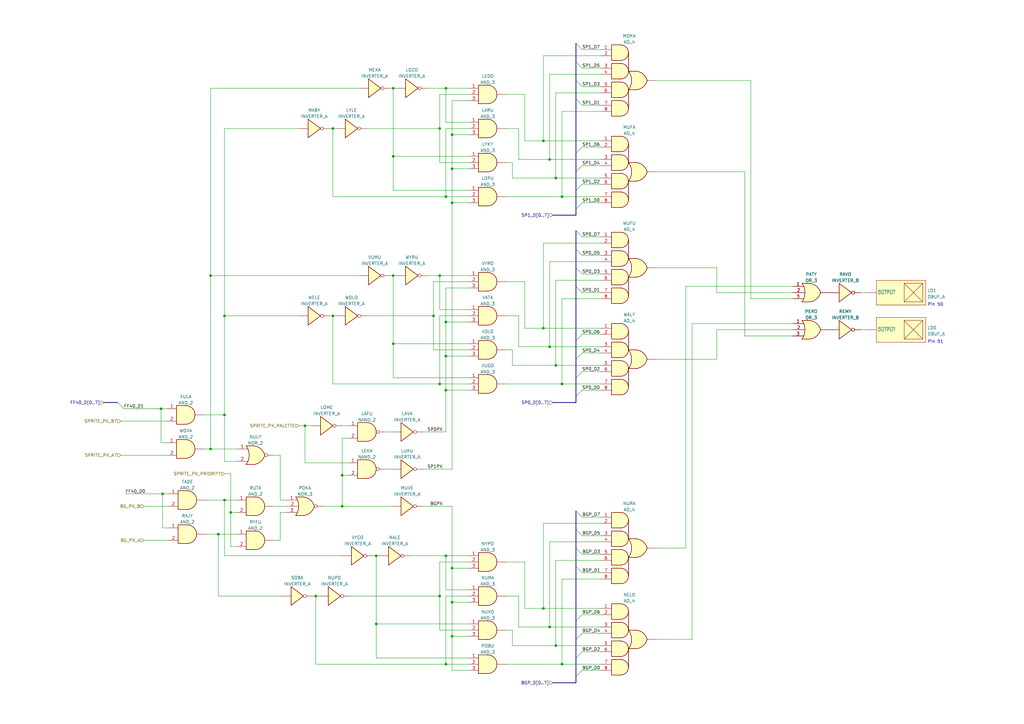
<source format=kicad_sch>
(kicad_sch (version 20211123) (generator eeschema)
  (paper "A3")
  (title_block (title "DMG CPU B") (date "2022-07-08") (rev "0.1") (company "CC-BY-SA-4.0 Régis Galland & Michael Singer -- Derived work from Furrtek") (comment 1 "https://github.com/msinger/dmg-schematics"))
  (lib_symbols
    (symbol "DMG_CPU_Cells:AND_2" (pin_names hide)
      (property "Reference" "U" (at 0 5.08 0))
      (property "Value" "AND_2" (at 0 -5.08 0))
      (symbol "AND_2_1_1"
        (arc (start 0 -3.81) (mid 3.7825 0) (end 0 3.81) (stroke (width 0.254)) (fill (type background)))
        (polyline (pts (xy 0 3.81) (xy -3.81 3.81) (xy -3.81 -3.81) (xy 0 -3.81)) (stroke (width 0.254)) (fill (type background)))
        (pin input line (at -7.62 2.54 0) (length 3.81) (name "~") (number "1"))
        (pin input line (at -7.62 -2.54 0) (length 3.81) (name "~") (number "2"))
        (pin output line (at 7.62 0 180) (length 3.81) (name "~") (number "3"))
      )
    )
    (symbol "DMG_CPU_Cells:AND_3" (pin_names hide)
      (property "Reference" "U" (at 0 5.08 0))
      (property "Value" "AND_3" (at 0 -5.08 0))
      (symbol "AND_3_1_1"
        (arc (start 0 -3.81) (mid 3.7825 0) (end 0 3.81) (stroke (width 0.254)) (fill (type background)))
        (polyline (pts (xy 0 3.81) (xy -3.81 3.81) (xy -3.81 -3.81) (xy 0 -3.81)) (stroke (width 0.254)) (fill (type background)))
        (pin input line (at -7.62 2.54 0) (length 3.81) (name "~") (number "1"))
        (pin input line (at -7.62 0 0) (length 3.81) (name "~") (number "2"))
        (pin input line (at -7.62 -2.54 0) (length 3.81) (name "~") (number "3"))
        (pin output line (at 7.62 0 180) (length 3.81) (name "~") (number "4"))
      )
    )
    (symbol "DMG_CPU_Cells:AO_4" (pin_names hide)
      (property "Reference" "U" (at 0 15.875 0))
      (property "Value" "AO_4" (at 0 -15.875 0))
      (symbol "AO_4_1_1"
        (arc (start -3.175 -14.605) (mid -0.05 -11.43) (end -3.175 -8.255) (stroke (width 0.254)) (fill (type background)))
        (arc (start -3.175 -6.985) (mid -0.05 -3.81) (end -3.175 -0.635) (stroke (width 0.254)) (fill (type background)))
        (arc (start -3.175 0.635) (mid -0.05 3.81) (end -3.175 6.985) (stroke (width 0.254)) (fill (type background)))
        (arc (start -3.175 8.255) (mid -0.05 11.43) (end -3.175 14.605) (stroke (width 0.254)) (fill (type background)))
        (arc (start -0.0002 -3.81) (mid 1.2208 0) (end -0.0002 3.81) (stroke (width 0.254)))
        (polyline (pts (xy 0 -3.81) (xy 0 -11.43)) (stroke (width 0.254)) (fill (type background)))
        (polyline (pts (xy -0.0002 -3.81) (xy 3.1748 -3.81)) (stroke (width 0.254)) (fill (type background)))
        (polyline (pts (xy -0.0002 3.81) (xy 3.1748 3.81)) (stroke (width 0.254)) (fill (type background)))
        (polyline (pts (xy 0 11.43) (xy 0 3.81)) (stroke (width 0.254)) (fill (type background)))
        (polyline (pts (xy -3.175 -8.255) (xy -6.985 -8.255) (xy -6.985 -14.605) (xy -3.175 -14.605)) (stroke (width 0.254)) (fill (type background)))
        (polyline (pts (xy -3.175 -0.635) (xy -6.985 -0.635) (xy -6.985 -6.985) (xy -3.175 -6.985)) (stroke (width 0.254)) (fill (type background)))
        (polyline (pts (xy -3.175 6.985) (xy -6.985 6.985) (xy -6.985 0.635) (xy -3.175 0.635)) (stroke (width 0.254)) (fill (type background)))
        (polyline (pts (xy -3.175 14.605) (xy -6.985 14.605) (xy -6.985 8.255) (xy -3.175 8.255)) (stroke (width 0.254)) (fill (type background)))
        (polyline (pts (xy 3.175 3.81) (xy 0 3.81) (xy 0 3.81) (xy 0.254 3.4036) (xy 0.7874 2.2606) (xy 1.1176 1.0414) (xy 1.1938 -0.254) (xy 1.0414 -1.4986) (xy 0.635 -2.7178) (xy 0 -3.81) (xy 0 -3.81) (xy 3.175 -3.81)) (stroke (width -25.4)) (fill (type background)))
        (arc (start 3.2002 -3.81) (mid 5.9953 -2.584) (end 7.6198 0) (stroke (width 0.254)) (fill (type background)))
        (arc (start 7.6198 0) (mid 6.0026 2.5925) (end 3.2002 3.81) (stroke (width 0.254)) (fill (type background)))
        (pin input line (at -11.43 12.7 0) (length 4.3) (name "~") (number "1"))
        (pin input line (at -11.43 10.16 0) (length 4.3) (name "~") (number "2"))
        (pin input line (at -11.43 5.08 0) (length 4.3) (name "~") (number "3"))
        (pin input line (at -11.43 2.54 0) (length 4.3) (name "~") (number "4"))
        (pin input line (at -11.43 -2.54 0) (length 4.3) (name "~") (number "5"))
        (pin input line (at -11.43 -5.08 0) (length 4.3) (name "~") (number "6"))
        (pin input line (at -11.43 -10.16 0) (length 4.3) (name "~") (number "7"))
        (pin input line (at -11.43 -12.7 0) (length 4.3) (name "~") (number "8"))
        (pin output line (at 11.43 0 180) (length 3.81) (name "~") (number "9"))
      )
    )
    (symbol "DMG_CPU_Cells:INVERTER_A" (pin_numbers hide) (pin_names hide)
      (property "Reference" "U?" (at 0 5.08 0))
      (property "Value" "INVERTER_A" (at 0 -5.08 0))
      (symbol "INVERTER_A_1_0"
        (polyline (pts (xy -2.54 3.81) (xy -2.54 -3.81) (xy 2.54 0) (xy -2.54 3.81)) (stroke (width 0.254)) (fill (type background)))
        (pin input line (at -6.35 0 0) (length 3.81) (name "~") (number "1"))
        (pin output inverted (at 6.35 0 180) (length 3.81) (name "~") (number "2"))
      )
    )
    (symbol "DMG_CPU_Cells:INVERTER_B" (pin_numbers hide) (pin_names hide)
      (property "Reference" "U?" (at 0 5.08 0))
      (property "Value" "INVERTER_B" (at 0 -5.08 0))
      (symbol "INVERTER_B_1_0"
        (polyline (pts (xy -2.54 3.81) (xy -2.54 -3.81) (xy 2.54 0) (xy -2.54 3.81)) (stroke (width 0.254)) (fill (type background)))
        (pin input line (at -6.35 0 0) (length 3.81) (name "~") (number "1"))
        (pin output inverted (at 6.35 0 180) (length 3.81) (name "~") (number "2"))
      )
    )
    (symbol "DMG_CPU_Cells:NAND_2" (pin_names hide)
      (property "Reference" "U" (at 0 5.08 0))
      (property "Value" "NAND_2" (at 0 -5.08 0))
      (symbol "NAND_2_1_1"
        (arc (start 0 -3.81) (mid 3.7825 0) (end 0 3.81) (stroke (width 0.254)) (fill (type background)))
        (polyline (pts (xy 0 3.81) (xy -3.81 3.81) (xy -3.81 -3.81) (xy 0 -3.81)) (stroke (width 0.254)) (fill (type background)))
        (pin input line (at -7.62 2.54 0) (length 3.81) (name "~") (number "1"))
        (pin input line (at -7.62 -2.54 0) (length 3.81) (name "~") (number "2"))
        (pin output inverted (at 7.62 0 180) (length 3.81) (name "~") (number "3"))
      )
    )
    (symbol "DMG_CPU_Cells:NOR_2" (pin_names hide)
      (property "Reference" "U" (at 0 5.08 0))
      (property "Value" "NOR_2" (at 0 -5.08 0))
      (symbol "NOR_2_1_1"
        (arc (start -3.8102 -3.81) (mid -2.5892 0) (end -3.8102 3.81) (stroke (width 0.254)))
        (arc (start -0.6098 -3.81) (mid 2.1853 -2.584) (end 3.8098 0) (stroke (width 0.254)) (fill (type background)))
        (polyline (pts (xy -3.8102 -3.81) (xy -0.6352 -3.81)) (stroke (width 0.254)) (fill (type background)))
        (polyline (pts (xy -3.8102 3.81) (xy -0.6352 3.81)) (stroke (width 0.254)) (fill (type background)))
        (polyline (pts (xy -0.6352 3.81) (xy -3.8102 3.81) (xy -3.8102 3.81) (xy -3.5562 3.4036) (xy -3.0228 2.2606) (xy -2.6926 1.0414) (xy -2.6164 -0.254) (xy -2.7688 -1.4986) (xy -3.1752 -2.7178) (xy -3.8102 -3.81) (xy -3.8102 -3.81) (xy -0.6352 -3.81)) (stroke (width -25.4)) (fill (type background)))
        (arc (start 3.8098 0) (mid 2.1926 2.5925) (end -0.6098 3.81) (stroke (width 0.254)) (fill (type background)))
        (pin input line (at -7.62 2.54 0) (length 4.4) (name "~") (number "1"))
        (pin input line (at -7.62 -2.54 0) (length 4.4) (name "~") (number "2"))
        (pin output inverted (at 7.62 0 180) (length 3.81) (name "~") (number "3"))
      )
    )
    (symbol "DMG_CPU_Cells:NOR_3" (pin_names hide)
      (property "Reference" "U" (at 0 5.08 0))
      (property "Value" "NOR_3" (at 0 -5.08 0))
      (symbol "NOR_3_1_1"
        (arc (start -3.8102 -3.81) (mid -2.5892 0) (end -3.8102 3.81) (stroke (width 0.254)))
        (arc (start -0.6098 -3.81) (mid 2.1853 -2.584) (end 3.8098 0) (stroke (width 0.254)) (fill (type background)))
        (polyline (pts (xy -3.8102 -3.81) (xy -0.6352 -3.81)) (stroke (width 0.254)) (fill (type background)))
        (polyline (pts (xy -3.8102 3.81) (xy -0.6352 3.81)) (stroke (width 0.254)) (fill (type background)))
        (polyline (pts (xy -0.6352 3.81) (xy -3.8102 3.81) (xy -3.8102 3.81) (xy -3.5562 3.4036) (xy -3.0228 2.2606) (xy -2.6926 1.0414) (xy -2.6164 -0.254) (xy -2.7688 -1.4986) (xy -3.1752 -2.7178) (xy -3.8102 -3.81) (xy -3.8102 -3.81) (xy -0.6352 -3.81)) (stroke (width -25.4)) (fill (type background)))
        (arc (start 3.8098 0) (mid 2.1926 2.5925) (end -0.6098 3.81) (stroke (width 0.254)) (fill (type background)))
        (pin input line (at -7.62 2.54 0) (length 4.4) (name "~") (number "1"))
        (pin input line (at -7.62 0 0) (length 4.9) (name "~") (number "2"))
        (pin input line (at -7.62 -2.54 0) (length 4.4) (name "~") (number "3"))
        (pin output inverted (at 7.62 0 180) (length 3.81) (name "~") (number "4"))
      )
    )
    (symbol "DMG_CPU_Cells:OBUF_A" (pin_numbers hide)
      (property "Reference" "U" (at 0 6.35 0))
      (property "Value" "OBUF_A" (at 0 -6.35 0))
      (symbol "OBUF_A_0_1"
        (rectangle (start -10.16 5.08) (end 10.16 -5.08) (fill (type background)))
        (rectangle (start -8.89 3.81) (end -1.27 -3.81))
        (polyline (pts (xy -8.89 -3.81) (xy -1.27 3.81)))
        (polyline (pts (xy -1.27 -3.81) (xy -8.89 3.81)))
      )
      (symbol "OBUF_A_1_1"
        (pin input line (at 13.97 0 180) (length 3.81) (name "~{OUTPUT}") (number "1"))
      )
    )
    (symbol "DMG_CPU_Cells:OR_3" (pin_names hide)
      (property "Reference" "U" (at 0 5.08 0))
      (property "Value" "OR_3" (at 0 -5.08 0))
      (symbol "OR_3_1_1"
        (arc (start -3.8102 -3.81) (mid -2.5892 0) (end -3.8102 3.81) (stroke (width 0.254)))
        (arc (start -0.6098 -3.81) (mid 2.1853 -2.584) (end 3.8098 0) (stroke (width 0.254)) (fill (type background)))
        (polyline (pts (xy -3.8102 -3.81) (xy -0.6352 -3.81)) (stroke (width 0.254)) (fill (type background)))
        (polyline (pts (xy -3.8102 3.81) (xy -0.6352 3.81)) (stroke (width 0.254)) (fill (type background)))
        (polyline (pts (xy -0.6352 3.81) (xy -3.8102 3.81) (xy -3.8102 3.81) (xy -3.5562 3.4036) (xy -3.0228 2.2606) (xy -2.6926 1.0414) (xy -2.6164 -0.254) (xy -2.7688 -1.4986) (xy -3.1752 -2.7178) (xy -3.8102 -3.81) (xy -3.8102 -3.81) (xy -0.6352 -3.81)) (stroke (width -25.4)) (fill (type background)))
        (arc (start 3.8098 0) (mid 2.1926 2.5925) (end -0.6098 3.81) (stroke (width 0.254)) (fill (type background)))
        (pin input line (at -7.62 2.54 0) (length 4.4) (name "~") (number "1"))
        (pin input line (at -7.62 0 0) (length 4.9) (name "~") (number "2"))
        (pin input line (at -7.62 -2.54 0) (length 4.4) (name "~") (number "3"))
        (pin output line (at 7.62 0 180) (length 3.81) (name "~") (number "4"))
      )
    )
  )
  (junction (at 230.505 80.645))
  (junction (at 182.88 227.965))
  (junction (at 185.42 247.015))
  (junction (at 185.42 69.215))
  (junction (at 180.34 52.705))
  (junction (at 89.535 219.075))
  (junction (at 136.525 52.705))
  (junction (at 182.88 36.195))
  (junction (at 140.335 194.945))
  (junction (at 180.34 113.03))
  (junction (at 177.8 129.54))
  (junction (at 94.615 210.185))
  (junction (at 185.42 260.985))
  (junction (at 185.42 83.185))
  (junction (at 182.88 132.08))
  (junction (at 86.36 184.15))
  (junction (at 182.88 160.02))
  (junction (at 185.42 55.245))
  (junction (at 129.54 244.475))
  (junction (at 66.675 202.565))
  (junction (at 182.88 80.645))
  (junction (at 161.29 113.03))
  (junction (at 227.965 149.86))
  (junction (at 161.29 36.195))
  (junction (at 66.04 167.64))
  (junction (at 225.425 257.175))
  (junction (at 227.965 264.795))
  (junction (at 154.305 255.905))
  (junction (at 180.34 244.475))
  (junction (at 222.885 57.785))
  (junction (at 154.305 227.965))
  (junction (at 222.885 249.555))
  (junction (at 225.425 142.24))
  (junction (at 125.095 174.625))
  (junction (at 227.965 73.025))
  (junction (at 180.34 157.48))
  (junction (at 230.505 157.48))
  (junction (at 222.885 134.62))
  (junction (at 182.88 272.415))
  (junction (at 92.075 170.18))
  (junction (at 86.36 113.03))
  (junction (at 225.425 65.405))
  (junction (at 140.335 207.645))
  (junction (at 185.42 233.045))
  (junction (at 92.075 129.54))
  (junction (at 161.29 64.135))
  (junction (at 136.525 129.54))
  (junction (at 92.075 205.105))
  (junction (at 161.29 140.97))
  (junction (at 230.505 272.415))
  (junction (at 182.88 146.05))
  (bus_entry (at 238.76 27.94) (size -2.54 -2.54))
  (bus_entry (at 238.76 274.955) (size -2.54 2.54))
  (bus_entry (at 238.76 259.715) (size -2.54 2.54))
  (bus_entry (at 238.76 212.09) (size -2.54 -2.54))
  (bus_entry (at 238.76 160.02) (size -2.54 2.54))
  (bus_entry (at 238.76 120.015) (size -2.54 -2.54))
  (bus_entry (at 238.76 267.335) (size -2.54 2.54))
  (bus_entry (at 238.76 227.33) (size -2.54 -2.54))
  (bus_entry (at 238.76 152.4) (size -2.54 2.54))
  (bus_entry (at 238.76 35.56) (size -2.54 -2.54))
  (bus_entry (at 238.76 20.32) (size -2.54 -2.54))
  (bus_entry (at 238.76 219.71) (size -2.54 -2.54))
  (bus_entry (at 238.76 137.16) (size -2.54 2.54))
  (bus_entry (at 238.76 234.95) (size -2.54 -2.54))
  (bus_entry (at 238.76 75.565) (size -2.54 2.54))
  (bus_entry (at 238.76 252.095) (size -2.54 2.54))
  (bus_entry (at 238.76 104.775) (size -2.54 -2.54))
  (bus_entry (at 238.76 97.155) (size -2.54 -2.54))
  (bus_entry (at 238.76 43.18) (size -2.54 -2.54))
  (bus_entry (at 238.76 112.395) (size -2.54 -2.54))
  (bus_entry (at 238.76 60.325) (size -2.54 2.54))
  (bus_entry (at 238.76 144.78) (size -2.54 2.54))
  (bus_entry (at 238.76 67.945) (size -2.54 2.54))
  (bus_entry (at 238.76 83.185) (size -2.54 2.54))
  (bus_entry (at 48.26 165.1) (size 2.54 2.54))
  (wire (pts (xy 215.265 249.555) (xy 222.885 249.555)))
  (wire (pts (xy 238.76 120.015) (xy 246.38 120.015)))
  (wire (pts (xy 129.54 272.415) (xy 182.88 272.415)))
  (wire (pts (xy 238.76 144.78) (xy 246.38 144.78)))
  (wire (pts (xy 86.36 113.03) (xy 86.36 184.15)))
  (wire (pts (xy 92.075 205.105) (xy 92.075 227.965)))
  (wire (pts (xy 97.155 205.105) (xy 92.075 205.105)))
  (wire (pts (xy 92.075 129.54) (xy 122.555 129.54)))
  (wire (pts (xy 294.005 147.32) (xy 269.24 147.32)))
  (bus (pts (xy 236.22 117.475) (xy 236.22 139.7)))
  (wire (pts (xy 132.715 207.645) (xy 140.335 207.645)))
  (wire (pts (xy 227.965 73.025) (xy 227.965 38.1)))
  (wire (pts (xy 150.495 129.54) (xy 177.8 129.54)))
  (wire (pts (xy 182.88 146.05) (xy 182.88 160.02)))
  (bus (pts (xy 236.22 109.855) (xy 236.22 117.475)))
  (wire (pts (xy 238.76 83.185) (xy 246.38 83.185)))
  (wire (pts (xy 182.88 177.165) (xy 182.88 160.02)))
  (wire (pts (xy 246.38 73.025) (xy 227.965 73.025)))
  (wire (pts (xy 66.675 202.565) (xy 66.675 216.535)))
  (wire (pts (xy 207.645 38.735) (xy 215.265 38.735)))
  (wire (pts (xy 192.405 143.51) (xy 177.8 143.51)))
  (bus (pts (xy 236.22 162.56) (xy 236.22 165.1)))
  (bus (pts (xy 236.22 139.7) (xy 236.22 147.32)))
  (wire (pts (xy 154.305 255.905) (xy 192.405 255.905)))
  (bus (pts (xy 236.22 102.235) (xy 236.22 109.855)))
  (wire (pts (xy 175.26 36.195) (xy 182.88 36.195)))
  (wire (pts (xy 180.34 230.505) (xy 180.34 244.475)))
  (wire (pts (xy 238.76 267.335) (xy 246.38 267.335)))
  (wire (pts (xy 238.76 234.95) (xy 246.38 234.95)))
  (wire (pts (xy 182.88 50.165) (xy 182.88 36.195)))
  (wire (pts (xy 227.965 38.1) (xy 246.38 38.1)))
  (wire (pts (xy 207.645 80.645) (xy 230.505 80.645)))
  (bus (pts (xy 226.695 165.1) (xy 236.22 165.1)))
  (wire (pts (xy 283.845 132.715) (xy 283.845 262.255)))
  (wire (pts (xy 117.475 207.645) (xy 112.395 207.645)))
  (wire (pts (xy 155.575 227.965) (xy 154.305 227.965)))
  (wire (pts (xy 168.275 227.965) (xy 182.88 227.965)))
  (wire (pts (xy 212.725 52.705) (xy 212.725 65.405)))
  (wire (pts (xy 185.42 41.275) (xy 185.42 55.245)))
  (wire (pts (xy 182.88 244.475) (xy 182.88 272.415)))
  (wire (pts (xy 86.36 36.195) (xy 86.36 113.03)))
  (wire (pts (xy 225.425 142.24) (xy 246.38 142.24)))
  (wire (pts (xy 161.29 36.195) (xy 160.02 36.195)))
  (wire (pts (xy 192.405 129.54) (xy 180.34 129.54)))
  (wire (pts (xy 162.56 36.195) (xy 161.29 36.195)))
  (wire (pts (xy 69.215 216.535) (xy 66.675 216.535)))
  (wire (pts (xy 227.965 264.795) (xy 227.965 229.87)))
  (wire (pts (xy 142.875 179.705) (xy 140.335 179.705)))
  (wire (pts (xy 238.76 35.56) (xy 246.38 35.56)))
  (wire (pts (xy 225.425 30.48) (xy 225.425 65.405)))
  (wire (pts (xy 185.42 55.245) (xy 192.405 55.245)))
  (wire (pts (xy 294.005 109.855) (xy 269.24 109.855)))
  (wire (pts (xy 136.525 52.705) (xy 135.255 52.705)))
  (wire (pts (xy 158.115 177.165) (xy 160.655 177.165)))
  (wire (pts (xy 207.645 66.675) (xy 210.185 66.675)))
  (wire (pts (xy 294.005 120.015) (xy 294.005 109.855)))
  (bus (pts (xy 236.22 33.02) (xy 236.22 40.64)))
  (wire (pts (xy 185.42 69.215) (xy 192.405 69.215)))
  (wire (pts (xy 246.38 45.72) (xy 230.505 45.72)))
  (wire (pts (xy 66.04 181.61) (xy 66.04 167.64)))
  (wire (pts (xy 207.645 52.705) (xy 212.725 52.705)))
  (wire (pts (xy 225.425 107.315) (xy 225.425 142.24)))
  (wire (pts (xy 59.055 207.645) (xy 69.215 207.645)))
  (wire (pts (xy 210.185 149.86) (xy 227.965 149.86)))
  (wire (pts (xy 143.51 244.475) (xy 180.34 244.475)))
  (wire (pts (xy 177.8 115.57) (xy 177.8 129.54)))
  (wire (pts (xy 185.42 247.015) (xy 192.405 247.015)))
  (wire (pts (xy 246.38 149.86) (xy 227.965 149.86)))
  (bus (pts (xy 236.22 254.635) (xy 236.22 262.255)))
  (wire (pts (xy 238.76 227.33) (xy 246.38 227.33)))
  (bus (pts (xy 236.22 232.41) (xy 236.22 254.635)))
  (wire (pts (xy 305.435 137.795) (xy 305.435 70.485)))
  (wire (pts (xy 137.795 52.705) (xy 136.525 52.705)))
  (wire (pts (xy 192.405 115.57) (xy 177.8 115.57)))
  (wire (pts (xy 180.34 129.54) (xy 180.34 157.48)))
  (wire (pts (xy 238.76 27.94) (xy 246.38 27.94)))
  (wire (pts (xy 210.185 73.025) (xy 227.965 73.025)))
  (bus (pts (xy 236.22 78.105) (xy 236.22 85.725)))
  (wire (pts (xy 125.095 174.625) (xy 125.095 189.865)))
  (wire (pts (xy 207.645 258.445) (xy 210.185 258.445)))
  (wire (pts (xy 161.29 78.105) (xy 192.405 78.105)))
  (wire (pts (xy 154.305 227.965) (xy 154.305 255.905)))
  (wire (pts (xy 222.885 22.86) (xy 222.885 57.785)))
  (wire (pts (xy 238.76 20.32) (xy 246.38 20.32)))
  (wire (pts (xy 238.76 212.09) (xy 246.38 212.09)))
  (wire (pts (xy 161.29 140.97) (xy 161.29 154.94)))
  (wire (pts (xy 180.34 66.675) (xy 192.405 66.675)))
  (wire (pts (xy 161.29 64.135) (xy 192.405 64.135)))
  (wire (pts (xy 112.395 221.615) (xy 114.935 221.615)))
  (wire (pts (xy 125.095 189.865) (xy 142.875 189.865)))
  (wire (pts (xy 192.405 230.505) (xy 180.34 230.505)))
  (wire (pts (xy 142.875 174.625) (xy 140.335 174.625)))
  (wire (pts (xy 215.265 115.57) (xy 215.265 134.62)))
  (wire (pts (xy 246.38 107.315) (xy 225.425 107.315)))
  (wire (pts (xy 114.935 221.615) (xy 114.935 210.185)))
  (bus (pts (xy 226.695 88.265) (xy 236.22 88.265)))
  (wire (pts (xy 180.34 52.705) (xy 180.34 66.675)))
  (wire (pts (xy 238.76 75.565) (xy 246.38 75.565)))
  (wire (pts (xy 68.58 181.61) (xy 66.04 181.61)))
  (wire (pts (xy 182.88 241.935) (xy 192.405 241.935)))
  (wire (pts (xy 140.335 207.645) (xy 160.655 207.645)))
  (wire (pts (xy 222.885 134.62) (xy 246.38 134.62)))
  (wire (pts (xy 182.88 160.02) (xy 192.405 160.02)))
  (wire (pts (xy 210.185 143.51) (xy 210.185 149.86)))
  (wire (pts (xy 210.185 264.795) (xy 227.965 264.795)))
  (wire (pts (xy 182.88 227.965) (xy 182.88 241.935)))
  (wire (pts (xy 353.06 120.015) (xy 355.6 120.015)))
  (wire (pts (xy 207.645 244.475) (xy 212.725 244.475)))
  (wire (pts (xy 182.88 146.05) (xy 192.405 146.05)))
  (wire (pts (xy 49.53 186.69) (xy 68.58 186.69)))
  (wire (pts (xy 238.76 274.955) (xy 246.38 274.955)))
  (wire (pts (xy 59.055 221.615) (xy 69.215 221.615)))
  (wire (pts (xy 185.42 260.985) (xy 185.42 274.955)))
  (wire (pts (xy 185.42 233.045) (xy 185.42 247.015)))
  (wire (pts (xy 238.76 60.325) (xy 246.38 60.325)))
  (wire (pts (xy 92.075 52.705) (xy 92.075 129.54)))
  (wire (pts (xy 207.645 129.54) (xy 212.725 129.54)))
  (wire (pts (xy 89.535 219.075) (xy 89.535 244.475)))
  (wire (pts (xy 225.425 65.405) (xy 246.38 65.405)))
  (bus (pts (xy 236.22 209.55) (xy 236.22 217.17)))
  (wire (pts (xy 49.53 172.72) (xy 68.58 172.72)))
  (wire (pts (xy 238.76 43.18) (xy 246.38 43.18)))
  (wire (pts (xy 238.76 219.71) (xy 246.38 219.71)))
  (bus (pts (xy 236.22 217.17) (xy 236.22 224.79)))
  (wire (pts (xy 66.675 202.565) (xy 69.215 202.565)))
  (wire (pts (xy 92.075 194.31) (xy 94.615 194.31)))
  (wire (pts (xy 94.615 224.155) (xy 97.155 224.155)))
  (wire (pts (xy 212.725 244.475) (xy 212.725 257.175)))
  (wire (pts (xy 182.88 227.965) (xy 192.405 227.965)))
  (wire (pts (xy 177.8 143.51) (xy 177.8 129.54)))
  (wire (pts (xy 192.405 233.045) (xy 185.42 233.045)))
  (wire (pts (xy 182.88 52.705) (xy 182.88 80.645)))
  (wire (pts (xy 246.38 249.555) (xy 222.885 249.555)))
  (wire (pts (xy 161.29 36.195) (xy 161.29 64.135)))
  (bus (pts (xy 236.22 70.485) (xy 236.22 78.105)))
  (wire (pts (xy 150.495 52.705) (xy 180.34 52.705)))
  (wire (pts (xy 210.185 258.445) (xy 210.185 264.795)))
  (wire (pts (xy 207.645 115.57) (xy 215.265 115.57)))
  (wire (pts (xy 246.38 30.48) (xy 225.425 30.48)))
  (wire (pts (xy 185.42 83.185) (xy 192.405 83.185)))
  (wire (pts (xy 230.505 237.49) (xy 230.505 272.415)))
  (wire (pts (xy 230.505 122.555) (xy 230.505 157.48)))
  (wire (pts (xy 238.76 160.02) (xy 246.38 160.02)))
  (wire (pts (xy 307.975 33.02) (xy 307.975 122.555)))
  (bus (pts (xy 236.22 154.94) (xy 236.22 162.56)))
  (wire (pts (xy 83.82 170.18) (xy 92.075 170.18)))
  (wire (pts (xy 173.355 192.405) (xy 185.42 192.405)))
  (wire (pts (xy 161.29 154.94) (xy 192.405 154.94)))
  (wire (pts (xy 129.54 244.475) (xy 128.27 244.475)))
  (wire (pts (xy 207.645 272.415) (xy 230.505 272.415)))
  (wire (pts (xy 97.155 210.185) (xy 94.615 210.185)))
  (wire (pts (xy 281.305 224.79) (xy 269.24 224.79)))
  (wire (pts (xy 185.42 260.985) (xy 192.405 260.985)))
  (wire (pts (xy 238.76 67.945) (xy 246.38 67.945)))
  (wire (pts (xy 92.075 227.965) (xy 140.335 227.965)))
  (wire (pts (xy 185.42 55.245) (xy 185.42 69.215)))
  (bus (pts (xy 236.22 40.64) (xy 236.22 62.865)))
  (wire (pts (xy 158.115 192.405) (xy 160.655 192.405)))
  (wire (pts (xy 127.635 174.625) (xy 125.095 174.625)))
  (wire (pts (xy 175.26 113.03) (xy 180.34 113.03)))
  (wire (pts (xy 192.405 50.165) (xy 182.88 50.165)))
  (wire (pts (xy 182.88 36.195) (xy 192.405 36.195)))
  (wire (pts (xy 122.555 174.625) (xy 125.095 174.625)))
  (wire (pts (xy 182.88 118.11) (xy 182.88 132.08)))
  (bus (pts (xy 48.26 165.1) (xy 42.545 165.1)))
  (wire (pts (xy 230.505 157.48) (xy 246.38 157.48)))
  (wire (pts (xy 227.965 114.935) (xy 246.38 114.935)))
  (wire (pts (xy 192.405 258.445) (xy 180.34 258.445)))
  (wire (pts (xy 230.505 272.415) (xy 246.38 272.415)))
  (wire (pts (xy 173.355 177.165) (xy 182.88 177.165)))
  (wire (pts (xy 215.265 230.505) (xy 215.265 249.555)))
  (wire (pts (xy 182.88 52.705) (xy 192.405 52.705)))
  (wire (pts (xy 185.42 83.185) (xy 185.42 192.405)))
  (wire (pts (xy 97.155 184.15) (xy 86.36 184.15)))
  (bus (pts (xy 236.22 147.32) (xy 236.22 154.94)))
  (wire (pts (xy 161.29 64.135) (xy 161.29 78.105)))
  (wire (pts (xy 222.885 249.555) (xy 222.885 214.63)))
  (wire (pts (xy 225.425 222.25) (xy 225.425 257.175)))
  (wire (pts (xy 162.56 113.03) (xy 161.29 113.03)))
  (wire (pts (xy 246.38 222.25) (xy 225.425 222.25)))
  (wire (pts (xy 238.76 252.095) (xy 246.38 252.095)))
  (wire (pts (xy 212.725 65.405) (xy 225.425 65.405)))
  (wire (pts (xy 307.975 122.555) (xy 325.12 122.555)))
  (wire (pts (xy 227.965 229.87) (xy 246.38 229.87)))
  (wire (pts (xy 210.185 66.675) (xy 210.185 73.025)))
  (wire (pts (xy 185.42 207.645) (xy 185.42 233.045)))
  (wire (pts (xy 161.29 113.03) (xy 161.29 140.97)))
  (wire (pts (xy 192.405 244.475) (xy 182.88 244.475)))
  (wire (pts (xy 283.845 262.255) (xy 269.24 262.255)))
  (wire (pts (xy 225.425 257.175) (xy 246.38 257.175)))
  (wire (pts (xy 161.29 140.97) (xy 192.405 140.97)))
  (wire (pts (xy 222.885 22.86) (xy 246.38 22.86)))
  (wire (pts (xy 185.42 274.955) (xy 192.405 274.955)))
  (bus (pts (xy 236.22 224.79) (xy 236.22 232.41)))
  (wire (pts (xy 212.725 142.24) (xy 225.425 142.24)))
  (wire (pts (xy 246.38 237.49) (xy 230.505 237.49)))
  (wire (pts (xy 182.88 132.08) (xy 182.88 146.05)))
  (bus (pts (xy 236.22 17.78) (xy 236.22 25.4)))
  (bus (pts (xy 236.22 262.255) (xy 236.22 269.875)))
  (wire (pts (xy 136.525 157.48) (xy 180.34 157.48)))
  (wire (pts (xy 182.88 80.645) (xy 192.405 80.645)))
  (wire (pts (xy 114.935 210.185) (xy 117.475 210.185)))
  (wire (pts (xy 86.36 184.15) (xy 83.82 184.15)))
  (wire (pts (xy 212.725 257.175) (xy 225.425 257.175)))
  (wire (pts (xy 238.76 137.16) (xy 246.38 137.16)))
  (wire (pts (xy 94.615 194.31) (xy 94.615 210.185)))
  (wire (pts (xy 50.8 167.64) (xy 66.04 167.64)))
  (wire (pts (xy 180.34 258.445) (xy 180.34 244.475)))
  (wire (pts (xy 246.38 264.795) (xy 227.965 264.795)))
  (bus (pts (xy 236.22 25.4) (xy 236.22 33.02)))
  (wire (pts (xy 246.38 122.555) (xy 230.505 122.555)))
  (wire (pts (xy 136.525 52.705) (xy 136.525 80.645)))
  (bus (pts (xy 236.22 94.615) (xy 236.22 102.235)))
  (wire (pts (xy 147.32 36.195) (xy 86.36 36.195)))
  (wire (pts (xy 140.335 179.705) (xy 140.335 194.945)))
  (wire (pts (xy 97.155 189.23) (xy 92.075 189.23)))
  (wire (pts (xy 66.04 167.64) (xy 68.58 167.64)))
  (wire (pts (xy 281.305 117.475) (xy 281.305 224.79)))
  (wire (pts (xy 222.885 99.695) (xy 246.38 99.695)))
  (wire (pts (xy 94.615 210.185) (xy 94.615 224.155)))
  (wire (pts (xy 192.405 41.275) (xy 185.42 41.275)))
  (wire (pts (xy 154.305 227.965) (xy 153.035 227.965)))
  (bus (pts (xy 236.22 85.725) (xy 236.22 88.265)))
  (wire (pts (xy 161.29 113.03) (xy 160.02 113.03)))
  (wire (pts (xy 92.075 129.54) (xy 92.075 170.18)))
  (wire (pts (xy 192.405 127) (xy 180.34 127)))
  (wire (pts (xy 325.12 135.255) (xy 294.005 135.255)))
  (wire (pts (xy 215.265 134.62) (xy 222.885 134.62)))
  (wire (pts (xy 173.355 207.645) (xy 185.42 207.645)))
  (wire (pts (xy 207.645 143.51) (xy 210.185 143.51)))
  (wire (pts (xy 180.34 127) (xy 180.34 113.03)))
  (wire (pts (xy 305.435 70.485) (xy 269.24 70.485)))
  (wire (pts (xy 215.265 38.735) (xy 215.265 57.785)))
  (wire (pts (xy 185.42 69.215) (xy 185.42 83.185)))
  (wire (pts (xy 269.24 33.02) (xy 307.975 33.02)))
  (wire (pts (xy 140.335 194.945) (xy 142.875 194.945)))
  (wire (pts (xy 97.155 219.075) (xy 89.535 219.075)))
  (wire (pts (xy 185.42 247.015) (xy 185.42 260.985)))
  (wire (pts (xy 192.405 38.735) (xy 180.34 38.735)))
  (wire (pts (xy 112.395 186.69) (xy 114.935 186.69)))
  (wire (pts (xy 92.075 52.705) (xy 122.555 52.705)))
  (wire (pts (xy 222.885 214.63) (xy 246.38 214.63)))
  (wire (pts (xy 136.525 129.54) (xy 136.525 157.48)))
  (wire (pts (xy 215.265 57.785) (xy 222.885 57.785)))
  (wire (pts (xy 140.335 194.945) (xy 140.335 207.645)))
  (wire (pts (xy 353.06 135.255) (xy 355.6 135.255)))
  (wire (pts (xy 212.725 129.54) (xy 212.725 142.24)))
  (wire (pts (xy 89.535 244.475) (xy 115.57 244.475)))
  (wire (pts (xy 182.88 132.08) (xy 192.405 132.08)))
  (wire (pts (xy 325.12 137.795) (xy 305.435 137.795)))
  (wire (pts (xy 92.075 205.105) (xy 84.455 205.105)))
  (wire (pts (xy 238.76 152.4) (xy 246.38 152.4)))
  (wire (pts (xy 238.76 112.395) (xy 246.38 112.395)))
  (wire (pts (xy 238.76 259.715) (xy 246.38 259.715)))
  (wire (pts (xy 227.965 149.86) (xy 227.965 114.935)))
  (wire (pts (xy 230.505 80.645) (xy 246.38 80.645)))
  (wire (pts (xy 182.88 272.415) (xy 192.405 272.415)))
  (wire (pts (xy 154.305 255.905) (xy 154.305 269.875)))
  (wire (pts (xy 192.405 118.11) (xy 182.88 118.11)))
  (wire (pts (xy 238.76 97.155) (xy 246.38 97.155)))
  (wire (pts (xy 114.935 186.69) (xy 114.935 205.105)))
  (wire (pts (xy 207.645 230.505) (xy 215.265 230.505)))
  (wire (pts (xy 294.005 135.255) (xy 294.005 147.32)))
  (wire (pts (xy 180.34 157.48) (xy 192.405 157.48)))
  (bus (pts (xy 226.695 280.035) (xy 236.22 280.035)))
  (wire (pts (xy 325.12 132.715) (xy 283.845 132.715)))
  (wire (pts (xy 325.12 120.015) (xy 294.005 120.015)))
  (wire (pts (xy 230.505 45.72) (xy 230.505 80.645)))
  (bus (pts (xy 236.22 62.865) (xy 236.22 70.485)))
  (wire (pts (xy 238.76 104.775) (xy 246.38 104.775)))
  (wire (pts (xy 130.81 244.475) (xy 129.54 244.475)))
  (wire (pts (xy 154.305 269.875) (xy 192.405 269.875)))
  (wire (pts (xy 129.54 244.475) (xy 129.54 272.415)))
  (wire (pts (xy 114.935 205.105) (xy 117.475 205.105)))
  (bus (pts (xy 236.22 269.875) (xy 236.22 277.495)))
  (wire (pts (xy 136.525 129.54) (xy 135.255 129.54)))
  (bus (pts (xy 236.22 277.495) (xy 236.22 280.035)))
  (wire (pts (xy 180.34 113.03) (xy 192.405 113.03)))
  (wire (pts (xy 147.32 113.03) (xy 86.36 113.03)))
  (wire (pts (xy 222.885 57.785) (xy 246.38 57.785)))
  (wire (pts (xy 207.645 157.48) (xy 230.505 157.48)))
  (wire (pts (xy 180.34 38.735) (xy 180.34 52.705)))
  (wire (pts (xy 325.12 117.475) (xy 281.305 117.475)))
  (wire (pts (xy 136.525 80.645) (xy 182.88 80.645)))
  (wire (pts (xy 89.535 219.075) (xy 84.455 219.075)))
  (wire (pts (xy 92.075 189.23) (xy 92.075 170.18)))
  (wire (pts (xy 222.885 99.695) (xy 222.885 134.62)))
  (wire (pts (xy 51.435 202.565) (xy 66.675 202.565)))
  (wire (pts (xy 137.795 129.54) (xy 136.525 129.54)))
  (text "Pin 51" (at 380.365 140.97 0) (effects (font (size 1.27 1.27)) (justify left bottom)))
  (text "Pin 50" (at 380.365 125.73 0) (effects (font (size 1.27 1.27)) (justify left bottom)))
  (label "SP1_D1" (at 238.76 43.18 0))
  (label "SP0_D0" (at 238.76 160.02 0))
  (label "SP0_D2" (at 238.76 152.4 0))
  (label "SP1_D4" (at 238.76 67.945 0))
  (label "SP0_D7" (at 238.76 97.155 0))
  (label "BGP_D5" (at 238.76 219.71 0))
  (label "BGP_D2" (at 238.76 267.335 0))
  (label "SP1_D7" (at 238.76 20.32 0))
  (label "BGP_D3" (at 238.76 227.33 0))
  (label "FF40_D0" (at 51.435 202.565 0))
  (label "SP0_D3" (at 238.76 112.395 0))
  (label "SP0PX" (at 181.61 177.165 180))
  (label "BGP_D6" (at 238.76 252.095 0))
  (label "BGP_D1" (at 238.76 234.95 0))
  (label "SP1_D5" (at 238.76 27.94 0))
  (label "BGPX" (at 181.61 207.645 180))
  (label "SP0_D4" (at 238.76 144.78 0))
  (label "SP0_D1" (at 238.76 120.015 0))
  (label "SP1_D0" (at 238.76 83.185 0))
  (label "BGP_D0" (at 238.76 274.955 0))
  (label "SP0_D6" (at 238.76 137.16 0))
  (label "SP1_D6" (at 238.76 60.325 0))
  (label "BGP_D7" (at 238.76 212.09 0))
  (label "FF40_D1" (at 50.8 167.64 0))
  (label "SP0_D5" (at 238.76 104.775 0))
  (label "SP1_D2" (at 238.76 75.565 0))
  (label "SP1PX" (at 181.61 192.405 180))
  (label "SP1_D3" (at 238.76 35.56 0))
  (label "BGP_D4" (at 238.76 259.715 0))
  (hierarchical_label "BGP_D[0..7]" (shape input) (at 226.695 280.035 180))
  (hierarchical_label "FF40_D[0..7]" (shape input) (at 42.545 165.1 180))
  (hierarchical_label "SPRITE_PX_PRIORITY" (shape input) (at 92.075 194.31 180))
  (hierarchical_label "BG_PX_B" (shape input) (at 59.055 207.645 180))
  (hierarchical_label "SPRITE_PX_B7" (shape input) (at 49.53 172.72 180))
  (hierarchical_label "SP0_D[0..7]" (shape input) (at 226.695 165.1 180))
  (hierarchical_label "SP1_D[0..7]" (shape input) (at 226.695 88.265 180))
  (hierarchical_label "BG_PX_A" (shape input) (at 59.055 221.615 180))
  (hierarchical_label "SPRITE_PX_PALETTE" (shape input) (at 122.555 174.625 180))
  (hierarchical_label "SPRITE_PX_A7" (shape input) (at 49.53 186.69 180))
  (symbol (lib_id "DMG_CPU_Cells:AND_2") (at 76.835 219.075 0) (unit 1)
    (property "Reference" "RAJY" (at 76.835 211.5652 0))
    (property "Value" "AND_2" (at 76.835 214.1021 0))
    (property "Datasheet" "http://iceboy.a-singer.de/doc/dmg_cells.html#and2" (effects hide))
  )
  (symbol (lib_id "DMG_CPU_Cells:OBUF_A") (at 369.57 120.015 0) (mirror y) (unit 1)
    (property "Reference" "LD1" (at 380.365 119.1803 0) (effects (justify right)))
    (property "Value" "OBUF_A" (at 380.365 121.7172 0) (effects (justify right)))
    (property "Datasheet" "http://iceboy.a-singer.de/doc/dmg_cells.html#obuf_a" (effects hide))
  )
  (symbol (lib_id "DMG_CPU_Cells:INVERTER_A") (at 167.005 177.165 0) (unit 1)
    (property "Reference" "LAVA" (at 167.005 169.6552 0))
    (property "Value" "INVERTER_A" (at 167.005 172.1921 0))
    (property "Datasheet" "http://iceboy.a-singer.de/doc/dmg_cells.html#inv_a" (effects hide))
  )
  (symbol (lib_id "DMG_CPU_Cells:AND_3") (at 200.025 143.51 0) (unit 1)
    (property "Reference" "VOLO" (at 200.025 136.0002 0))
    (property "Value" "AND_3" (at 200.025 138.5371 0))
    (property "Datasheet" "http://iceboy.a-singer.de/doc/dmg_cells.html#and3" (effects hide))
  )
  (symbol (lib_id "DMG_CPU_Cells:AND_3") (at 200.025 258.445 0) (unit 1)
    (property "Reference" "NUXO" (at 200.025 250.9352 0))
    (property "Value" "AND_3" (at 200.025 253.4721 0))
    (property "Datasheet" "http://iceboy.a-singer.de/doc/dmg_cells.html#and3" (effects hide))
  )
  (symbol (lib_id "DMG_CPU_Cells:INVERTER_A") (at 133.985 174.625 0) (unit 1)
    (property "Reference" "LOME" (at 133.985 167.1152 0))
    (property "Value" "INVERTER_A" (at 133.985 169.6521 0))
    (property "Datasheet" "http://iceboy.a-singer.de/doc/dmg_cells.html#inv_a" (effects hide))
  )
  (symbol (lib_id "DMG_CPU_Cells:NAND_2") (at 150.495 177.165 0) (unit 1)
    (property "Reference" "LAFU" (at 150.495 169.6552 0))
    (property "Value" "NAND_2" (at 150.495 172.1921 0))
    (property "Datasheet" "http://iceboy.a-singer.de/doc/dmg_cells.html#nand2" (effects hide))
  )
  (symbol (lib_id "DMG_CPU_Cells:AND_2") (at 104.775 207.645 0) (unit 1)
    (property "Reference" "RUTA" (at 104.775 200.1352 0))
    (property "Value" "AND_2" (at 104.775 202.6721 0))
    (property "Datasheet" "http://iceboy.a-singer.de/doc/dmg_cells.html#and2" (effects hide))
  )
  (symbol (lib_id "DMG_CPU_Cells:AND_3") (at 200.025 230.505 0) (unit 1)
    (property "Reference" "NYPO" (at 200.025 222.9952 0))
    (property "Value" "AND_3" (at 200.025 225.5321 0))
    (property "Datasheet" "http://iceboy.a-singer.de/doc/dmg_cells.html#and3" (effects hide))
  )
  (symbol (lib_id "DMG_CPU_Cells:INVERTER_A") (at 153.67 36.195 0) (unit 1)
    (property "Reference" "MEXA" (at 153.67 28.6852 0))
    (property "Value" "INVERTER_A" (at 153.67 31.2221 0))
    (property "Datasheet" "http://iceboy.a-singer.de/doc/dmg_cells.html#inv_a" (effects hide))
  )
  (symbol (lib_id "DMG_CPU_Cells:AND_3") (at 200.025 272.415 0) (unit 1)
    (property "Reference" "POBU" (at 200.025 264.9052 0))
    (property "Value" "AND_3" (at 200.025 267.4421 0))
    (property "Datasheet" "http://iceboy.a-singer.de/doc/dmg_cells.html#and3" (effects hide))
  )
  (symbol (lib_id "DMG_CPU_Cells:AO_4") (at 257.81 262.255 0) (unit 1)
    (property "Reference" "NELO" (at 258.1184 243.9502 0))
    (property "Value" "AO_4" (at 258.1184 246.4871 0))
    (property "Datasheet" "http://iceboy.a-singer.de/doc/dmg_cells.html#ao4" (effects hide))
  )
  (symbol (lib_id "DMG_CPU_Cells:AO_4") (at 257.81 147.32 0) (unit 1)
    (property "Reference" "WALY" (at 258.1184 129.0152 0))
    (property "Value" "AO_4" (at 258.1184 131.5521 0))
    (property "Datasheet" "http://iceboy.a-singer.de/doc/dmg_cells.html#ao4" (effects hide))
  )
  (symbol (lib_id "DMG_CPU_Cells:INVERTER_B") (at 346.71 135.255 0) (unit 1)
    (property "Reference" "REMY" (at 346.71 127.7452 0))
    (property "Value" "INVERTER_B" (at 346.71 130.2821 0))
    (property "Datasheet" "http://iceboy.a-singer.de/doc/dmg_cells.html#inv_b" (effects hide))
  )
  (symbol (lib_id "DMG_CPU_Cells:AO_4") (at 257.81 109.855 0) (unit 1)
    (property "Reference" "WUFU" (at 258.1184 91.5502 0))
    (property "Value" "AO_4" (at 258.1184 94.0871 0))
    (property "Datasheet" "http://iceboy.a-singer.de/doc/dmg_cells.html#ao4" (effects hide))
  )
  (symbol (lib_id "DMG_CPU_Cells:AND_3") (at 200.025 129.54 0) (unit 1)
    (property "Reference" "VATA" (at 200.025 122.0302 0))
    (property "Value" "AND_3" (at 200.025 124.5671 0))
    (property "Datasheet" "http://iceboy.a-singer.de/doc/dmg_cells.html#and3" (effects hide))
  )
  (symbol (lib_id "DMG_CPU_Cells:INVERTER_A") (at 144.145 129.54 0) (unit 1)
    (property "Reference" "WOLO" (at 144.145 122.0302 0))
    (property "Value" "INVERTER_A" (at 144.145 124.5671 0))
    (property "Datasheet" "http://iceboy.a-singer.de/doc/dmg_cells.html#inv_a" (effects hide))
  )
  (symbol (lib_id "DMG_CPU_Cells:AND_2") (at 104.775 221.615 0) (unit 1)
    (property "Reference" "RYFU" (at 104.775 214.1052 0))
    (property "Value" "AND_2" (at 104.775 216.6421 0))
    (property "Datasheet" "http://iceboy.a-singer.de/doc/dmg_cells.html#and2" (effects hide))
  )
  (symbol (lib_id "DMG_CPU_Cells:AO_4") (at 257.81 224.79 0) (unit 1)
    (property "Reference" "NURA" (at 258.1184 206.4852 0))
    (property "Value" "AO_4" (at 258.1184 209.0221 0))
    (property "Datasheet" "http://iceboy.a-singer.de/doc/dmg_cells.html#ao4" (effects hide))
  )
  (symbol (lib_id "DMG_CPU_Cells:INVERTER_A") (at 146.685 227.965 0) (unit 1)
    (property "Reference" "VYCO" (at 146.685 220.4552 0))
    (property "Value" "INVERTER_A" (at 146.685 222.9921 0))
    (property "Datasheet" "http://iceboy.a-singer.de/doc/dmg_cells.html#inv_a" (effects hide))
  )
  (symbol (lib_id "DMG_CPU_Cells:NAND_2") (at 150.495 192.405 0) (unit 1)
    (property "Reference" "LEKA" (at 150.495 184.8952 0))
    (property "Value" "NAND_2" (at 150.495 187.4321 0))
    (property "Datasheet" "http://iceboy.a-singer.de/doc/dmg_cells.html#nand2" (effects hide))
  )
  (symbol (lib_id "DMG_CPU_Cells:INVERTER_A") (at 137.16 244.475 0) (unit 1)
    (property "Reference" "NUPO" (at 137.16 236.9652 0))
    (property "Value" "INVERTER_A" (at 137.16 239.5021 0))
    (property "Datasheet" "http://iceboy.a-singer.de/doc/dmg_cells.html#inv_a" (effects hide))
  )
  (symbol (lib_id "DMG_CPU_Cells:AND_3") (at 200.025 244.475 0) (unit 1)
    (property "Reference" "NUMA" (at 200.025 236.9652 0))
    (property "Value" "AND_3" (at 200.025 239.5021 0))
    (property "Datasheet" "http://iceboy.a-singer.de/doc/dmg_cells.html#and3" (effects hide))
  )
  (symbol (lib_id "DMG_CPU_Cells:AND_3") (at 200.025 52.705 0) (unit 1)
    (property "Reference" "LARU" (at 200.025 45.1952 0))
    (property "Value" "AND_3" (at 200.025 47.7321 0))
    (property "Datasheet" "http://iceboy.a-singer.de/doc/dmg_cells.html#and3" (effects hide))
  )
  (symbol (lib_id "DMG_CPU_Cells:AND_3") (at 200.025 80.645 0) (unit 1)
    (property "Reference" "LOPU" (at 200.025 73.1352 0))
    (property "Value" "AND_3" (at 200.025 75.6721 0))
    (property "Datasheet" "http://iceboy.a-singer.de/doc/dmg_cells.html#and3" (effects hide))
  )
  (symbol (lib_id "DMG_CPU_Cells:OBUF_A") (at 369.57 135.255 0) (mirror y) (unit 1)
    (property "Reference" "LD0" (at 380.365 134.4203 0) (effects (justify right)))
    (property "Value" "OBUF_A" (at 380.365 136.9572 0) (effects (justify right)))
    (property "Datasheet" "http://iceboy.a-singer.de/doc/dmg_cells.html#obuf_a" (effects hide))
  )
  (symbol (lib_id "DMG_CPU_Cells:INVERTER_A") (at 168.91 36.195 0) (unit 1)
    (property "Reference" "LOZO" (at 168.91 28.6852 0))
    (property "Value" "INVERTER_A" (at 168.91 31.2221 0))
    (property "Datasheet" "http://iceboy.a-singer.de/doc/dmg_cells.html#inv_a" (effects hide))
  )
  (symbol (lib_id "DMG_CPU_Cells:AO_4") (at 257.81 33.02 0) (unit 1)
    (property "Reference" "MOKA" (at 258.1184 14.7152 0))
    (property "Value" "AO_4" (at 258.1184 17.2521 0))
    (property "Datasheet" "http://iceboy.a-singer.de/doc/dmg_cells.html#ao4" (effects hide))
  )
  (symbol (lib_id "DMG_CPU_Cells:AND_2") (at 76.2 170.18 0) (unit 1)
    (property "Reference" "XULA" (at 76.2 162.6702 0))
    (property "Value" "AND_2" (at 76.2 165.2071 0))
    (property "Datasheet" "http://iceboy.a-singer.de/doc/dmg_cells.html#and2" (effects hide))
  )
  (symbol (lib_id "DMG_CPU_Cells:AO_4") (at 257.81 70.485 0) (unit 1)
    (property "Reference" "MUFA" (at 258.1184 52.1802 0))
    (property "Value" "AO_4" (at 258.1184 54.7171 0))
    (property "Datasheet" "http://iceboy.a-singer.de/doc/dmg_cells.html#ao4" (effects hide))
  )
  (symbol (lib_id "DMG_CPU_Cells:AND_2") (at 76.835 205.105 0) (unit 1)
    (property "Reference" "TADE" (at 76.835 197.5952 0))
    (property "Value" "AND_2" (at 76.835 200.1321 0))
    (property "Datasheet" "http://iceboy.a-singer.de/doc/dmg_cells.html#and2" (effects hide))
  )
  (symbol (lib_id "DMG_CPU_Cells:INVERTER_A") (at 128.905 129.54 0) (unit 1)
    (property "Reference" "WELE" (at 128.905 122.0302 0))
    (property "Value" "INVERTER_A" (at 128.905 124.5671 0))
    (property "Datasheet" "http://iceboy.a-singer.de/doc/dmg_cells.html#inv_a" (effects hide))
  )
  (symbol (lib_id "DMG_CPU_Cells:INVERTER_A") (at 167.005 207.645 0) (unit 1)
    (property "Reference" "MUVE" (at 167.005 200.1352 0))
    (property "Value" "INVERTER_A" (at 167.005 202.6721 0))
    (property "Datasheet" "http://iceboy.a-singer.de/doc/dmg_cells.html#inv_a" (effects hide))
  )
  (symbol (lib_id "DMG_CPU_Cells:INVERTER_A") (at 167.005 192.405 0) (unit 1)
    (property "Reference" "LUKU" (at 167.005 184.8952 0))
    (property "Value" "INVERTER_A" (at 167.005 187.4321 0))
    (property "Datasheet" "http://iceboy.a-singer.de/doc/dmg_cells.html#inv_a" (effects hide))
  )
  (symbol (lib_id "DMG_CPU_Cells:INVERTER_A") (at 161.925 227.965 0) (unit 1)
    (property "Reference" "NALE" (at 161.925 220.4552 0))
    (property "Value" "INVERTER_A" (at 161.925 222.9921 0))
    (property "Datasheet" "http://iceboy.a-singer.de/doc/dmg_cells.html#inv_a" (effects hide))
  )
  (symbol (lib_id "DMG_CPU_Cells:OR_3") (at 332.74 135.255 0) (unit 1)
    (property "Reference" "PERO" (at 332.7398 127.7452 0))
    (property "Value" "OR_3" (at 332.7398 130.2821 0))
    (property "Datasheet" "http://iceboy.a-singer.de/doc/dmg_cells.html#or3" (effects hide))
  )
  (symbol (lib_id "DMG_CPU_Cells:INVERTER_B") (at 346.71 120.015 0) (unit 1)
    (property "Reference" "RAVO" (at 346.71 112.5052 0))
    (property "Value" "INVERTER_B" (at 346.71 115.0421 0))
    (property "Datasheet" "http://iceboy.a-singer.de/doc/dmg_cells.html#inv_b" (effects hide))
  )
  (symbol (lib_id "DMG_CPU_Cells:INVERTER_A") (at 121.92 244.475 0) (unit 1)
    (property "Reference" "SOBA" (at 121.92 236.9652 0))
    (property "Value" "INVERTER_A" (at 121.92 239.5021 0))
    (property "Datasheet" "http://iceboy.a-singer.de/doc/dmg_cells.html#inv_a" (effects hide))
  )
  (symbol (lib_id "DMG_CPU_Cells:AND_3") (at 200.025 157.48 0) (unit 1)
    (property "Reference" "VUGO" (at 200.025 149.9702 0))
    (property "Value" "AND_3" (at 200.025 152.5071 0))
    (property "Datasheet" "http://iceboy.a-singer.de/doc/dmg_cells.html#and3" (effects hide))
  )
  (symbol (lib_id "DMG_CPU_Cells:OR_3") (at 332.74 120.015 0) (unit 1)
    (property "Reference" "PATY" (at 332.7398 112.5052 0))
    (property "Value" "OR_3" (at 332.7398 115.0421 0))
    (property "Datasheet" "http://iceboy.a-singer.de/doc/dmg_cells.html#or3" (effects hide))
  )
  (symbol (lib_id "DMG_CPU_Cells:AND_3") (at 200.025 115.57 0) (unit 1)
    (property "Reference" "VYRO" (at 200.025 108.0602 0))
    (property "Value" "AND_3" (at 200.025 110.5971 0))
    (property "Datasheet" "http://iceboy.a-singer.de/doc/dmg_cells.html#and3" (effects hide))
  )
  (symbol (lib_id "DMG_CPU_Cells:NOR_2") (at 104.775 186.69 0) (unit 1)
    (property "Reference" "NULY" (at 104.7748 179.1802 0))
    (property "Value" "NOR_2" (at 104.7748 181.7171 0))
    (property "Datasheet" "http://iceboy.a-singer.de/doc/dmg_cells.html#nor2" (effects hide))
  )
  (symbol (lib_id "DMG_CPU_Cells:AND_3") (at 200.025 38.735 0) (unit 1)
    (property "Reference" "LEDO" (at 200.025 31.2252 0))
    (property "Value" "AND_3" (at 200.025 33.7621 0))
    (property "Datasheet" "http://iceboy.a-singer.de/doc/dmg_cells.html#and3" (effects hide))
  )
  (symbol (lib_id "DMG_CPU_Cells:INVERTER_A") (at 128.905 52.705 0) (unit 1)
    (property "Reference" "MABY" (at 128.905 45.1952 0))
    (property "Value" "INVERTER_A" (at 128.905 47.7321 0))
    (property "Datasheet" "http://iceboy.a-singer.de/doc/dmg_cells.html#inv_a" (effects hide))
  )
  (symbol (lib_id "DMG_CPU_Cells:INVERTER_A") (at 168.91 113.03 0) (unit 1)
    (property "Reference" "WYRU" (at 168.91 105.5202 0))
    (property "Value" "INVERTER_A" (at 168.91 108.0571 0))
    (property "Datasheet" "http://iceboy.a-singer.de/doc/dmg_cells.html#inv_a" (effects hide))
  )
  (symbol (lib_id "DMG_CPU_Cells:AND_2") (at 76.2 184.15 0) (unit 1)
    (property "Reference" "WOXA" (at 76.2 176.6402 0))
    (property "Value" "AND_2" (at 76.2 179.1771 0))
    (property "Datasheet" "http://iceboy.a-singer.de/doc/dmg_cells.html#and2" (effects hide))
  )
  (symbol (lib_id "DMG_CPU_Cells:INVERTER_A") (at 153.67 113.03 0) (unit 1)
    (property "Reference" "VUMU" (at 153.67 105.5202 0))
    (property "Value" "INVERTER_A" (at 153.67 108.0571 0))
    (property "Datasheet" "http://iceboy.a-singer.de/doc/dmg_cells.html#inv_a" (effects hide))
  )
  (symbol (lib_id "DMG_CPU_Cells:INVERTER_A") (at 144.145 52.705 0) (unit 1)
    (property "Reference" "LYLE" (at 144.145 45.1952 0))
    (property "Value" "INVERTER_A" (at 144.145 47.7321 0))
    (property "Datasheet" "http://iceboy.a-singer.de/doc/dmg_cells.html#inv_a" (effects hide))
  )
  (symbol (lib_id "DMG_CPU_Cells:AND_3") (at 200.025 66.675 0) (unit 1)
    (property "Reference" "LYKY" (at 200.025 59.1652 0))
    (property "Value" "AND_3" (at 200.025 61.7021 0))
    (property "Datasheet" "http://iceboy.a-singer.de/doc/dmg_cells.html#and3" (effects hide))
  )
  (symbol (lib_id "DMG_CPU_Cells:NOR_3") (at 125.095 207.645 0) (unit 1)
    (property "Reference" "POKA" (at 125.0948 200.1352 0))
    (property "Value" "NOR_3" (at 125.0948 202.6721 0))
    (property "Datasheet" "http://iceboy.a-singer.de/doc/dmg_cells.html#nor3" (effects hide))
  )
)
</source>
